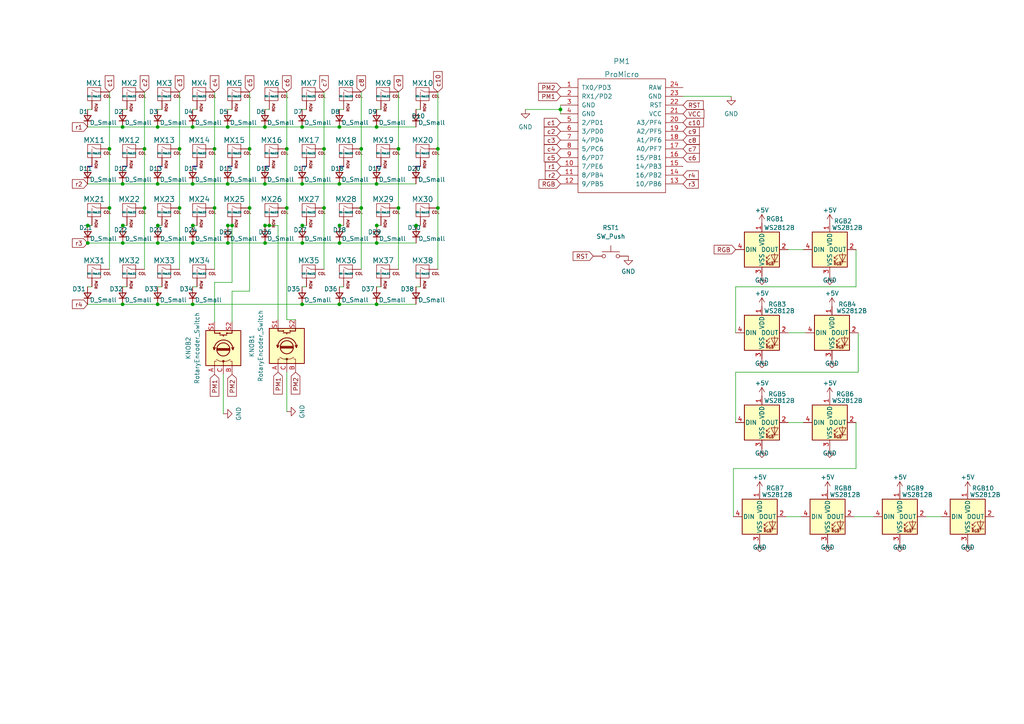
<source format=kicad_sch>
(kicad_sch (version 20211123) (generator eeschema)
  (paper "A4")
  (lib_symbols
    (symbol "Device:D_Small" (pin_numbers hide) (pin_names (offset 0.254) hide)
      (property "Reference" "D" (at -1.27 2.032 0))
      (property "Value" "D_Small" (at -3.81 -2.032 0))
      (symbol "D_Small_0_1"
        (polyline (pts (xy -0.762 -1.016) (xy -0.762 1.016)) (stroke (width 0.254)))
        (polyline (pts (xy -0.762 0) (xy 0.762 0)))
        (polyline (pts (xy 0.762 -1.016) (xy -0.762 0) (xy 0.762 1.016) (xy 0.762 -1.016)) (stroke (width 0.254)))
      )
      (symbol "D_Small_1_1"
        (pin passive line (at -2.54 0 0) (length 1.778) (name "K") (number "1"))
        (pin passive line (at 2.54 0 180) (length 1.778) (name "A") (number "2"))
      )
    )
    (symbol "Device:RotaryEncoder_Switch" (pin_names (offset 0.254) hide)
      (property "Reference" "SW" (at 0 6.604 0))
      (property "Value" "RotaryEncoder_Switch" (at 0 -6.604 0))
      (symbol "RotaryEncoder_Switch_0_1"
        (rectangle (start -5.08 5.08) (end 5.08 -5.08) (stroke (width 0.254)) (fill (type background)))
        (circle (center -3.81 0) (radius 0.254) (fill (type outline)))
        (arc (start -0.381 -2.794) (mid 2.3622 -0.0508) (end -0.381 2.667) (stroke (width 0.254)))
        (circle (center -0.381 0) (radius 1.905) (stroke (width 0.254)))
        (polyline (pts (xy -0.635 -1.778) (xy -0.635 1.778)) (stroke (width 0.254)))
        (polyline (pts (xy -0.381 -1.778) (xy -0.381 1.778)) (stroke (width 0.254)))
        (polyline (pts (xy -0.127 1.778) (xy -0.127 -1.778)) (stroke (width 0.254)))
        (polyline (pts (xy 3.81 0) (xy 3.429 0)) (stroke (width 0.254)))
        (polyline (pts (xy 3.81 1.016) (xy 3.81 -1.016)) (stroke (width 0.254)))
        (polyline (pts (xy -5.08 -2.54) (xy -3.81 -2.54) (xy -3.81 -2.032)))
        (polyline (pts (xy -5.08 2.54) (xy -3.81 2.54) (xy -3.81 2.032)))
        (polyline (pts (xy 0.254 -3.048) (xy -0.508 -2.794) (xy 0.127 -2.413)) (stroke (width 0.254)))
        (polyline (pts (xy 0.254 2.921) (xy -0.508 2.667) (xy 0.127 2.286)) (stroke (width 0.254)))
        (polyline (pts (xy 5.08 -2.54) (xy 4.318 -2.54) (xy 4.318 -1.016)) (stroke (width 0.254)))
        (polyline (pts (xy 5.08 2.54) (xy 4.318 2.54) (xy 4.318 1.016)) (stroke (width 0.254)))
        (polyline (pts (xy -5.08 0) (xy -3.81 0) (xy -3.81 -1.016) (xy -3.302 -2.032)))
        (polyline (pts (xy -4.318 0) (xy -3.81 0) (xy -3.81 1.016) (xy -3.302 2.032)))
        (circle (center 4.318 -1.016) (radius 0.127) (stroke (width 0.254)))
        (circle (center 4.318 1.016) (radius 0.127) (stroke (width 0.254)))
      )
      (symbol "RotaryEncoder_Switch_1_1"
        (pin passive line (at -7.62 2.54 0) (length 2.54) (name "A") (number "A"))
        (pin passive line (at -7.62 -2.54 0) (length 2.54) (name "B") (number "B"))
        (pin passive line (at -7.62 0 0) (length 2.54) (name "C") (number "C"))
        (pin passive line (at 7.62 2.54 180) (length 2.54) (name "S1") (number "S1"))
        (pin passive line (at 7.62 -2.54 180) (length 2.54) (name "S2") (number "S2"))
      )
    )
    (symbol "LED:WS2812B" (pin_names (offset 0.254))
      (property "Reference" "D" (at 5.08 5.715 0))
      (property "Value" "WS2812B" (at 1.27 -5.715 0))
      (symbol "WS2812B_0_0"
        (text "RGB" (at 2.286 -4.191 0) (effects (font (size 0.762 0.762))))
      )
      (symbol "WS2812B_0_1"
        (polyline (pts (xy 1.27 -3.556) (xy 1.778 -3.556)))
        (polyline (pts (xy 1.27 -2.54) (xy 1.778 -2.54)))
        (polyline (pts (xy 4.699 -3.556) (xy 2.667 -3.556)))
        (polyline (pts (xy 2.286 -2.54) (xy 1.27 -3.556) (xy 1.27 -3.048)))
        (polyline (pts (xy 2.286 -1.524) (xy 1.27 -2.54) (xy 1.27 -2.032)))
        (polyline (pts (xy 3.683 -1.016) (xy 3.683 -3.556) (xy 3.683 -4.064)))
        (polyline (pts (xy 4.699 -1.524) (xy 2.667 -1.524) (xy 3.683 -3.556) (xy 4.699 -1.524)))
        (rectangle (start 5.08 5.08) (end -5.08 -5.08) (stroke (width 0.254)) (fill (type background)))
      )
      (symbol "WS2812B_1_1"
        (pin power_in line (at 0 7.62 270) (length 2.54) (name "VDD") (number "1"))
        (pin output line (at 7.62 0 180) (length 2.54) (name "DOUT") (number "2"))
        (pin power_in line (at 0 -7.62 90) (length 2.54) (name "VSS") (number "3"))
        (pin input line (at -7.62 0 0) (length 2.54) (name "DIN") (number "4"))
      )
    )
    (symbol "MX_Alps_Hybrid:MX-NoLED" (pin_names (offset 1.016))
      (property "Reference" "MX" (at -0.635 3.81 0))
      (property "Value" "MX-NoLED" (at -0.635 1.27 0))
      (symbol "MX-NoLED_0_0"
        (rectangle (start -2.54 2.54) (end 1.27 -1.27))
        (polyline (pts (xy -1.27 -1.27) (xy -1.27 1.27)) (stroke (width 0.127)))
        (polyline (pts (xy 1.27 1.27) (xy 0 1.27) (xy -1.27 1.905)) (stroke (width 0.127)))
        (text "COL" (at 3.175 0 0) (effects (font (size 0.762 0.762))))
        (text "ROW" (at 0 -1.905 900) (effects (font (size 0.762 0.762)) (justify right)))
      )
      (symbol "MX-NoLED_1_1"
        (pin passive line (at 3.81 1.27 180) (length 2.54) (name "COL") (number "1"))
        (pin passive line (at -1.27 -3.81 90) (length 2.54) (name "ROW") (number "2"))
      )
    )
    (symbol "Switch:SW_Push" (pin_numbers hide) (pin_names (offset 1.016) hide)
      (property "Reference" "SW" (at 1.27 2.54 0))
      (property "Value" "SW_Push" (at 0 -1.524 0))
      (symbol "SW_Push_0_1"
        (circle (center -2.032 0) (radius 0.508))
        (polyline (pts (xy 0 1.27) (xy 0 3.048)))
        (polyline (pts (xy 2.54 1.27) (xy -2.54 1.27)))
        (circle (center 2.032 0) (radius 0.508))
        (pin passive line (at -5.08 0 0) (length 2.54) (name "1") (number "1"))
        (pin passive line (at 5.08 0 180) (length 2.54) (name "2") (number "2"))
      )
    )
    (symbol "keebio:ProMicro" (pin_names (offset 1.016))
      (property "Reference" "U" (at 0 0 0))
      (property "Value" "ProMicro" (at 0 -19.05 0))
      (symbol "ProMicro_0_1"
        (rectangle (start -12.7 -16.51) (end 12.7 16.51))
      )
      (symbol "ProMicro_1_1"
        (pin input line (at -17.78 13.97 0) (length 5.08) (name "TX0/PD3") (number "1"))
        (pin input line (at -17.78 -8.89 0) (length 5.08) (name "7/PE6") (number "10"))
        (pin input line (at -17.78 -11.43 0) (length 5.08) (name "8/PB4") (number "11"))
        (pin input line (at -17.78 -13.97 0) (length 5.08) (name "9/PB5") (number "12"))
        (pin input line (at 17.78 -13.97 180) (length 5.08) (name "10/PB6") (number "13"))
        (pin input line (at 17.78 -11.43 180) (length 5.08) (name "16/PB2") (number "14"))
        (pin input line (at 17.78 -8.89 180) (length 5.08) (name "14/PB3") (number "15"))
        (pin input line (at 17.78 -6.35 180) (length 5.08) (name "15/PB1") (number "16"))
        (pin input line (at 17.78 -3.81 180) (length 5.08) (name "A0/PF7") (number "17"))
        (pin input line (at 17.78 -1.27 180) (length 5.08) (name "A1/PF6") (number "18"))
        (pin input line (at 17.78 1.27 180) (length 5.08) (name "A2/PF5") (number "19"))
        (pin input line (at -17.78 11.43 0) (length 5.08) (name "RX1/PD2") (number "2"))
        (pin input line (at 17.78 3.81 180) (length 5.08) (name "A3/PF4") (number "20"))
        (pin input line (at 17.78 6.35 180) (length 5.08) (name "VCC") (number "21"))
        (pin input line (at 17.78 8.89 180) (length 5.08) (name "RST") (number "22"))
        (pin input line (at 17.78 11.43 180) (length 5.08) (name "GND") (number "23"))
        (pin input line (at 17.78 13.97 180) (length 5.08) (name "RAW") (number "24"))
        (pin input line (at -17.78 8.89 0) (length 5.08) (name "GND") (number "3"))
        (pin input line (at -17.78 6.35 0) (length 5.08) (name "GND") (number "4"))
        (pin input line (at -17.78 3.81 0) (length 5.08) (name "2/PD1") (number "5"))
        (pin input line (at -17.78 1.27 0) (length 5.08) (name "3/PD0") (number "6"))
        (pin input line (at -17.78 -1.27 0) (length 5.08) (name "4/PD4") (number "7"))
        (pin input line (at -17.78 -3.81 0) (length 5.08) (name "5/PC6") (number "8"))
        (pin input line (at -17.78 -6.35 0) (length 5.08) (name "6/PD7") (number "9"))
      )
    )
    (symbol "power:+5V" (power) (pin_names (offset 0))
      (property "Value" "+5V" (at 0 3.556 0))
      (symbol "+5V_0_1"
        (polyline (pts (xy -0.762 1.27) (xy 0 2.54)))
        (polyline (pts (xy 0 0) (xy 0 2.54)))
        (polyline (pts (xy 0 2.54) (xy 0.762 1.27)))
      )
      (symbol "+5V_1_1"
        (pin power_in line (at 0 0 90) (length 0) hide (name "+5V") (number "1"))
      )
    )
    (symbol "power:GND" (power) (pin_names (offset 0))
      (property "Value" "GND" (at 0 -3.81 0))
      (symbol "GND_0_1"
        (polyline (pts (xy 0 0) (xy 0 -1.27) (xy 1.27 -1.27) (xy 0 -2.54) (xy -1.27 -1.27) (xy 0 -1.27)))
      )
      (symbol "GND_1_1"
        (pin power_in line (at 0 0 270) (length 0) hide (name "GND") (number "1"))
      )
    )
  )
  (junction (at 31.75 43.18))
  (junction (at 41.91 60.325))
  (junction (at 87.6781 70.485))
  (junction (at 35.56 53.34))
  (junction (at 25.4481 70.485))
  (junction (at 31.75 60.325))
  (junction (at 76.8831 65.405))
  (junction (at 45.7681 65.405))
  (junction (at 115.57 60.325))
  (junction (at 35.6081 70.485))
  (junction (at 55.9281 70.485))
  (junction (at 66.04 36.83))
  (junction (at 55.88 36.83))
  (junction (at 109.22 53.34))
  (junction (at 25.4481 65.405))
  (junction (at 66.0881 70.485))
  (junction (at 52.07 43.18))
  (junction (at 72.39 43.18))
  (junction (at 35.56 88.265))
  (junction (at 55.9281 65.405))
  (junction (at 104.775 43.18))
  (junction (at 67.31 65.405))
  (junction (at 98.425 88.265))
  (junction (at 93.98 43.18))
  (junction (at 98.425 36.83))
  (junction (at 162.56 31.75))
  (junction (at 45.72 53.34))
  (junction (at 87.63 53.34))
  (junction (at 98.4731 65.405))
  (junction (at 120.6981 65.405))
  (junction (at 93.98 60.325))
  (junction (at 76.8831 70.485))
  (junction (at 109.2681 70.485))
  (junction (at 62.23 43.18))
  (junction (at 127 43.18))
  (junction (at 41.91 43.18))
  (junction (at 55.88 88.265))
  (junction (at 66.04 53.34))
  (junction (at 45.7681 70.485))
  (junction (at 109.22 88.265))
  (junction (at 109.2681 65.405))
  (junction (at 87.63 36.83))
  (junction (at 35.56 36.83))
  (junction (at 127 60.325))
  (junction (at 76.835 53.34))
  (junction (at 76.835 36.83))
  (junction (at 66.0881 65.405))
  (junction (at 35.6081 65.405))
  (junction (at 45.72 36.83))
  (junction (at 98.425 53.34))
  (junction (at 72.39 60.325))
  (junction (at 52.07 60.325))
  (junction (at 83.185 43.18))
  (junction (at 109.22 36.83))
  (junction (at 45.72 88.265))
  (junction (at 55.88 53.34))
  (junction (at 83.185 60.325))
  (junction (at 87.6781 65.405))
  (junction (at 98.4731 70.485))
  (junction (at 87.63 88.265))
  (junction (at 78.105 65.405))
  (junction (at 62.23 60.325))
  (junction (at 115.57 43.18))
  (junction (at 104.775 60.325))
  (wire (pts (xy 62.23 60.325) (xy 62.23 78.105)))
  (wire (pts (xy 87.63 31.75) (xy 88.9 31.75)))
  (wire (pts (xy 83.185 119.38) (xy 83.185 107.95)))
  (wire (pts (xy 41.91 43.18) (xy 41.91 60.325)))
  (wire (pts (xy 76.8831 65.405) (xy 78.105 65.405)))
  (wire (pts (xy 120.6981 65.405) (xy 121.92 65.405)))
  (wire (pts (xy 93.98 26.67) (xy 93.98 43.18)))
  (wire (pts (xy 248.285 83.185) (xy 213.36 83.185)))
  (wire (pts (xy 228.6 96.52) (xy 233.68 96.52)))
  (wire (pts (xy 78.105 65.405) (xy 80.645 65.405)))
  (wire (pts (xy 248.285 135.89) (xy 212.725 135.89)))
  (wire (pts (xy 52.07 26.67) (xy 52.07 43.18)))
  (wire (pts (xy 248.285 72.39) (xy 248.285 83.185)))
  (wire (pts (xy 55.9281 65.405) (xy 57.15 65.405)))
  (wire (pts (xy 76.835 53.34) (xy 87.63 53.34)))
  (wire (pts (xy 87.63 83.185) (xy 88.9 83.185)))
  (wire (pts (xy 31.75 43.18) (xy 31.75 60.325)))
  (wire (pts (xy 76.835 31.75) (xy 78.105 31.75)))
  (bus (pts (xy 55.88 48.26) (xy 57.15 48.26)))
  (wire (pts (xy 87.63 53.34) (xy 98.425 53.34)))
  (wire (pts (xy 55.88 36.83) (xy 66.04 36.83)))
  (wire (pts (xy 109.22 65.405) (xy 109.2681 65.405)))
  (wire (pts (xy 35.6081 70.485) (xy 45.7681 70.485)))
  (wire (pts (xy 72.39 43.18) (xy 72.39 60.325)))
  (wire (pts (xy 35.56 65.405) (xy 35.6081 65.405)))
  (bus (pts (xy 87.63 48.26) (xy 88.9 48.26)))
  (wire (pts (xy 109.2681 70.485) (xy 120.6981 70.485)))
  (bus (pts (xy 66.04 48.26) (xy 67.31 48.26)))
  (wire (pts (xy 93.98 43.18) (xy 93.98 60.325)))
  (wire (pts (xy 104.775 43.18) (xy 104.775 60.325)))
  (wire (pts (xy 72.39 26.67) (xy 72.39 43.18)))
  (wire (pts (xy 198.12 27.94) (xy 212.09 27.94)))
  (bus (pts (xy 98.425 48.26) (xy 99.695 48.26)))
  (bus (pts (xy 120.65 48.26) (xy 121.92 48.26)))
  (wire (pts (xy 25.4481 70.485) (xy 35.6081 70.485)))
  (wire (pts (xy 76.8831 70.485) (xy 87.6781 70.485)))
  (wire (pts (xy 87.63 36.83) (xy 98.425 36.83)))
  (wire (pts (xy 228.6 122.555) (xy 233.045 122.555)))
  (wire (pts (xy 76.835 36.83) (xy 87.63 36.83)))
  (wire (pts (xy 127 60.325) (xy 127 78.105)))
  (wire (pts (xy 55.88 31.75) (xy 57.15 31.75)))
  (wire (pts (xy 62.23 43.18) (xy 62.23 60.325)))
  (wire (pts (xy 25.4 70.485) (xy 25.4481 70.485)))
  (wire (pts (xy 127 43.18) (xy 127 60.325)))
  (wire (pts (xy 72.39 60.325) (xy 72.39 84.455)))
  (wire (pts (xy 66.04 31.75) (xy 67.31 31.75)))
  (wire (pts (xy 87.63 65.405) (xy 87.6781 65.405)))
  (wire (pts (xy 25.4 36.83) (xy 35.56 36.83)))
  (wire (pts (xy 52.07 43.18) (xy 52.07 60.325)))
  (wire (pts (xy 93.98 60.325) (xy 93.98 78.105)))
  (wire (pts (xy 109.22 88.265) (xy 120.65 88.265)))
  (wire (pts (xy 35.56 83.185) (xy 36.83 83.185)))
  (wire (pts (xy 31.75 26.67) (xy 31.75 43.18)))
  (wire (pts (xy 35.56 31.75) (xy 36.83 31.75)))
  (wire (pts (xy 83.185 26.67) (xy 83.185 43.18)))
  (wire (pts (xy 98.4731 65.405) (xy 99.695 65.405)))
  (bus (pts (xy 109.22 48.26) (xy 110.49 48.26)))
  (wire (pts (xy 31.75 60.325) (xy 31.75 78.105)))
  (wire (pts (xy 104.775 26.67) (xy 104.775 43.18)))
  (wire (pts (xy 98.425 65.405) (xy 98.4731 65.405)))
  (wire (pts (xy 87.63 88.265) (xy 98.425 88.265)))
  (wire (pts (xy 83.185 60.325) (xy 83.185 92.71)))
  (wire (pts (xy 55.9281 70.485) (xy 66.0881 70.485)))
  (wire (pts (xy 98.425 53.34) (xy 109.22 53.34)))
  (wire (pts (xy 41.91 26.67) (xy 41.91 43.18)))
  (wire (pts (xy 248.285 122.555) (xy 248.285 135.89)))
  (wire (pts (xy 213.36 107.95) (xy 213.36 122.555)))
  (wire (pts (xy 35.56 88.265) (xy 45.72 88.265)))
  (wire (pts (xy 87.6781 70.485) (xy 98.4731 70.485)))
  (wire (pts (xy 66.04 36.83) (xy 76.835 36.83)))
  (bus (pts (xy 25.4 48.26) (xy 26.67 48.26)))
  (bus (pts (xy 35.56 48.26) (xy 36.83 48.26)))
  (wire (pts (xy 98.425 83.185) (xy 99.695 83.185)))
  (wire (pts (xy 83.185 92.71) (xy 85.725 92.71)))
  (wire (pts (xy 35.56 53.34) (xy 45.72 53.34)))
  (wire (pts (xy 45.72 31.75) (xy 46.99 31.75)))
  (wire (pts (xy 35.6081 65.405) (xy 36.83 65.405)))
  (wire (pts (xy 45.72 53.34) (xy 55.88 53.34)))
  (wire (pts (xy 25.4481 65.405) (xy 26.67 65.405)))
  (wire (pts (xy 64.77 120.015) (xy 64.77 108.585)))
  (wire (pts (xy 213.36 83.185) (xy 213.36 96.52)))
  (wire (pts (xy 115.57 43.18) (xy 115.57 60.325)))
  (wire (pts (xy 83.185 104.14) (xy 82.55 104.14)))
  (wire (pts (xy 87.6781 65.405) (xy 88.9 65.405)))
  (wire (pts (xy 55.88 88.265) (xy 87.63 88.265)))
  (wire (pts (xy 109.22 83.185) (xy 110.49 83.185)))
  (wire (pts (xy 83.185 60.325) (xy 83.2331 60.325)))
  (wire (pts (xy 66.04 65.405) (xy 66.0881 65.405)))
  (wire (pts (xy 35.56 36.83) (xy 45.72 36.83)))
  (wire (pts (xy 83.185 43.18) (xy 83.185 60.325)))
  (wire (pts (xy 45.7681 70.485) (xy 55.9281 70.485)))
  (wire (pts (xy 62.23 26.67) (xy 62.23 43.18)))
  (wire (pts (xy 120.65 83.185) (xy 121.92 83.185)))
  (wire (pts (xy 25.4 53.34) (xy 35.56 53.34)))
  (wire (pts (xy 227.965 149.86) (xy 232.41 149.86)))
  (wire (pts (xy 55.88 83.185) (xy 57.15 83.185)))
  (wire (pts (xy 80.645 65.405) (xy 80.645 92.71)))
  (wire (pts (xy 109.22 53.34) (xy 120.65 53.34)))
  (bus (pts (xy 45.72 48.26) (xy 46.99 48.26)))
  (wire (pts (xy 45.72 88.265) (xy 55.88 88.265)))
  (wire (pts (xy 45.7681 65.405) (xy 46.99 65.405)))
  (wire (pts (xy 62.23 81.915) (xy 67.31 81.915)))
  (wire (pts (xy 104.775 60.325) (xy 104.775 78.105)))
  (wire (pts (xy 67.31 65.405) (xy 67.31 81.915)))
  (wire (pts (xy 67.31 84.455) (xy 67.31 93.345)))
  (wire (pts (xy 162.56 30.48) (xy 162.56 31.75)))
  (wire (pts (xy 66.0881 65.405) (xy 67.31 65.405)))
  (wire (pts (xy 45.72 83.185) (xy 46.99 83.185)))
  (wire (pts (xy 248.92 96.52) (xy 248.92 107.95)))
  (wire (pts (xy 55.88 65.405) (xy 55.9281 65.405)))
  (wire (pts (xy 45.72 36.83) (xy 55.88 36.83)))
  (wire (pts (xy 25.4 65.405) (xy 25.4481 65.405)))
  (wire (pts (xy 25.4 31.75) (xy 26.67 31.75)))
  (wire (pts (xy 98.425 31.75) (xy 99.695 31.75)))
  (wire (pts (xy 109.22 36.83) (xy 120.65 36.83)))
  (wire (pts (xy 25.4 88.265) (xy 35.56 88.265)))
  (wire (pts (xy 162.56 31.75) (xy 162.56 33.02)))
  (wire (pts (xy 45.72 65.405) (xy 45.7681 65.405)))
  (wire (pts (xy 109.2681 65.405) (xy 110.49 65.405)))
  (wire (pts (xy 98.425 36.83) (xy 109.22 36.83)))
  (wire (pts (xy 115.57 60.325) (xy 115.57 78.105)))
  (wire (pts (xy 41.91 60.325) (xy 41.91 78.105)))
  (wire (pts (xy 55.88 53.34) (xy 66.04 53.34)))
  (wire (pts (xy 52.07 60.325) (xy 52.07 78.105)))
  (wire (pts (xy 268.605 149.86) (xy 273.05 149.86)))
  (wire (pts (xy 127 26.67) (xy 127 43.18)))
  (wire (pts (xy 248.92 107.95) (xy 213.36 107.95)))
  (wire (pts (xy 98.4731 70.485) (xy 109.2681 70.485)))
  (wire (pts (xy 247.65 149.86) (xy 253.365 149.86)))
  (wire (pts (xy 72.39 84.455) (xy 67.31 84.455)))
  (bus (pts (xy 76.835 48.26) (xy 78.105 48.26)))
  (wire (pts (xy 120.65 31.75) (xy 121.92 31.75)))
  (wire (pts (xy 66.0881 70.485) (xy 76.8831 70.485)))
  (wire (pts (xy 115.57 26.67) (xy 115.57 43.18)))
  (wire (pts (xy 76.835 65.405) (xy 76.8831 65.405)))
  (wire (pts (xy 98.425 88.265) (xy 109.22 88.265)))
  (wire (pts (xy 228.6 72.39) (xy 233.045 72.39)))
  (wire (pts (xy 212.725 135.89) (xy 212.725 149.86)))
  (wire (pts (xy 120.65 65.405) (xy 120.6981 65.405)))
  (wire (pts (xy 25.4 83.185) (xy 26.67 83.185)))
  (wire (pts (xy 109.22 31.75) (xy 110.49 31.75)))
  (wire (pts (xy 152.4 31.75) (xy 162.56 31.75)))
  (wire (pts (xy 62.23 93.345) (xy 62.23 81.915)))
  (wire (pts (xy 66.04 53.34) (xy 76.835 53.34)))
  (global_label "c6" (shape input) (at 198.12 45.72 0) (property "Intersheet References" "${INTERSHEET_REFS}" (effects hide)))
  (global_label "RGB" (shape input) (at 213.36 72.39 180) (property "Intersheet References" "${INTERSHEET_REFS}" (effects hide)))
  (global_label "RST" (shape input) (at 198.12 30.48 0) (property "Intersheet References" "${INTERSHEET_REFS}" (effects hide)))
  (global_label "r2" (shape input) (at 162.56 50.8 180) (property "Intersheet References" "${INTERSHEET_REFS}" (effects hide)))
  (global_label "PM1" (shape input) (at 80.645 107.95 270) (property "Intersheet References" "${INTERSHEET_REFS}" (effects hide)))
  (global_label "r2" (shape input) (at 25.4 53.34 180) (property "Intersheet References" "${INTERSHEET_REFS}" (effects hide)))
  (global_label "c3" (shape input) (at 162.56 40.64 180) (property "Intersheet References" "${INTERSHEET_REFS}" (effects hide)))
  (global_label "PM1" (shape input) (at 162.56 27.94 180) (property "Intersheet References" "${INTERSHEET_REFS}" (effects hide)))
  (global_label "c2" (shape input) (at 162.56 38.1 180) (property "Intersheet References" "${INTERSHEET_REFS}" (effects hide)))
  (global_label "RST" (shape input) (at 172.085 74.295 180) (property "Intersheet References" "${INTERSHEET_REFS}" (effects hide)))
  (global_label "c8" (shape input) (at 198.12 40.64 0) (property "Intersheet References" "${INTERSHEET_REFS}" (effects hide)))
  (global_label "c5" (shape input) (at 72.39 26.67 90) (property "Intersheet References" "${INTERSHEET_REFS}" (effects hide)))
  (global_label "c9" (shape input) (at 198.12 38.1 0) (property "Intersheet References" "${INTERSHEET_REFS}" (effects hide)))
  (global_label "c4" (shape input) (at 162.56 43.18 180) (property "Intersheet References" "${INTERSHEET_REFS}" (effects hide)))
  (global_label "c7" (shape input) (at 198.12 43.18 0) (property "Intersheet References" "${INTERSHEET_REFS}" (effects hide)))
  (global_label "PM2" (shape input) (at 67.31 108.585 270) (property "Intersheet References" "${INTERSHEET_REFS}" (effects hide)))
  (global_label "PM2" (shape input) (at 85.725 107.95 270) (property "Intersheet References" "${INTERSHEET_REFS}" (effects hide)))
  (global_label "r3" (shape input) (at 198.12 53.34 0) (property "Intersheet References" "${INTERSHEET_REFS}" (effects hide)))
  (global_label "c5" (shape input) (at 162.56 45.72 180) (property "Intersheet References" "${INTERSHEET_REFS}" (effects hide)))
  (global_label "PM1" (shape input) (at 62.23 108.585 270) (property "Intersheet References" "${INTERSHEET_REFS}" (effects hide)))
  (global_label "c10" (shape input) (at 127 26.67 90) (property "Intersheet References" "${INTERSHEET_REFS}" (effects hide)))
  (global_label "c7" (shape input) (at 93.98 26.67 90) (property "Intersheet References" "${INTERSHEET_REFS}" (effects hide)))
  (global_label "c3" (shape input) (at 52.07 26.67 90) (property "Intersheet References" "${INTERSHEET_REFS}" (effects hide)))
  (global_label "c1" (shape input) (at 31.75 26.67 90) (property "Intersheet References" "${INTERSHEET_REFS}" (effects hide)))
  (global_label "PM2" (shape input) (at 162.56 25.4 180) (property "Intersheet References" "${INTERSHEET_REFS}" (effects hide)))
  (global_label "c8" (shape input) (at 104.775 26.67 90) (property "Intersheet References" "${INTERSHEET_REFS}" (effects hide)))
  (global_label "c2" (shape input) (at 41.91 26.67 90) (property "Intersheet References" "${INTERSHEET_REFS}" (effects hide)))
  (global_label "VCC" (shape input) (at 198.12 33.02 0) (property "Intersheet References" "${INTERSHEET_REFS}" (effects hide)))
  (global_label "c9" (shape input) (at 115.57 26.67 90) (property "Intersheet References" "${INTERSHEET_REFS}" (effects hide)))
  (global_label "RGB" (shape input) (at 162.56 53.34 180) (property "Intersheet References" "${INTERSHEET_REFS}" (effects hide)))
  (global_label "r1" (shape input) (at 162.56 48.26 180) (property "Intersheet References" "${INTERSHEET_REFS}" (effects hide)))
  (global_label "r1" (shape input) (at 25.4 36.83 180) (property "Intersheet References" "${INTERSHEET_REFS}" (effects hide)))
  (global_label "c1" (shape input) (at 162.56 35.56 180) (property "Intersheet References" "${INTERSHEET_REFS}" (effects hide)))
  (global_label "r4" (shape input) (at 25.4 88.265 180) (property "Intersheet References" "${INTERSHEET_REFS}" (effects hide)))
  (global_label "c10" (shape input) (at 198.12 35.56 0) (property "Intersheet References" "${INTERSHEET_REFS}" (effects hide)))
  (global_label "r3" (shape input) (at 25.4 70.485 180) (property "Intersheet References" "${INTERSHEET_REFS}" (effects hide)))
  (global_label "c4" (shape input) (at 62.23 26.67 90) (property "Intersheet References" "${INTERSHEET_REFS}" (effects hide)))
  (global_label "c6" (shape input) (at 83.185 26.67 90) (property "Intersheet References" "${INTERSHEET_REFS}" (effects hide)))
  (global_label "r4" (shape input) (at 198.12 50.8 0) (property "Intersheet References" "${INTERSHEET_REFS}" (effects hide)))
  (symbol (lib_id "Device:D_Small") (at 76.8831 67.945 90) (unit 1)
    (property "Reference" "D26" (at 74.93 67.31 90) (effects (justify right)))
    (property "Value" "D_Small" (at 77.5181 69.215 90) (effects (justify right)))
    (property "Footprint" "Keebio-Parts:D_SOD123_via" (effects hide))
  )
  (symbol (lib_id "Device:D_Small") (at 55.88 50.8 90) (unit 1)
    (property "Reference" "D14" (at 53.34 48.895 90) (effects (justify right)))
    (property "Value" "D_Small" (at 56.515 52.07 90) (effects (justify right)))
    (property "Footprint" "Keebio-Parts:D_SOD123_via" (effects hide))
  )
  (symbol (lib_id "Device:D_Small") (at 45.7681 67.945 90) (unit 1)
    (property "Reference" "D23" (at 43.18 66.675 90) (effects (justify right)))
    (property "Value" "D_Small" (at 46.4031 69.215 90) (effects (justify right)))
    (property "Footprint" "Keebio-Parts:D_SOD123_via" (effects hide))
  )
  (symbol (lib_id "Device:D_Small") (at 109.2681 67.945 90) (unit 1)
    (property "Reference" "D29" (at 106.68 67.31 90) (effects (justify right)))
    (property "Value" "D_Small" (at 109.9031 69.215 90) (effects (justify right)))
    (property "Footprint" "Keebio-Parts:D_SOD123_via" (effects hide))
  )
  (symbol (lib_id "MX_Alps_Hybrid:MX-NoLED") (at 111.76 61.595 0) (unit 1)
    (property "Reference" "MX29" (at 111.125 57.785 0) (effects (font (size 1.524 1.524))))
    (property "Value" "MX-NoLED" (at 111.125 61.595 0) (effects (font (size 0.508 0.508))))
    (property "Footprint" "MX_Only:MXOnly-1U-NoLED" (effects hide))
  )
  (symbol (lib_id "MX_Alps_Hybrid:MX-NoLED") (at 27.94 44.45 0) (unit 1)
    (property "Reference" "MX11" (at 27.305 40.64 0) (effects (font (size 1.524 1.524))))
    (property "Value" "MX-NoLED" (at 27.305 44.45 0) (effects (font (size 0.508 0.508))))
    (property "Footprint" "MX_Only:MXOnly-1.25U-NoLED" (effects hide))
  )
  (symbol (lib_id "MX_Alps_Hybrid:MX-NoLED") (at 58.42 61.595 0) (unit 1)
    (property "Reference" "MX24" (at 57.785 57.785 0) (effects (font (size 1.524 1.524))))
    (property "Value" "MX-NoLED" (at 57.785 61.595 0) (effects (font (size 0.508 0.508))))
    (property "Footprint" "MX_Only:MXOnly-1U-NoLED" (effects hide))
  )
  (symbol (lib_id "Device:D_Small") (at 35.56 50.8 90) (unit 1)
    (property "Reference" "D12" (at 33.02 48.895 90) (effects (justify right)))
    (property "Value" "D_Small" (at 36.195 52.07 90) (effects (justify right)))
    (property "Footprint" "Keebio-Parts:D_SOD123_via" (effects hide))
  )
  (symbol (lib_id "power:+5V") (at 220.98 114.935 0) (unit 1)
    (property "Reference" "#PWR0112" (effects hide))
    (property "Value" "+5V" (at 220.98 111.125 0))
  )
  (symbol (lib_id "power:GND") (at 212.09 27.94 0) (unit 1)
    (property "Reference" "#PWR0101" (effects hide))
    (property "Value" "GND" (at 212.09 33.02 0))
  )
  (symbol (lib_id "MX_Alps_Hybrid:MX-NoLED") (at 123.19 61.595 0) (unit 1)
    (property "Reference" "MX30" (at 122.555 57.785 0) (effects (font (size 1.524 1.524))))
    (property "Value" "MX-NoLED" (at 122.555 61.595 0) (effects (font (size 0.508 0.508))))
    (property "Footprint" "MX_Only:MXOnly-1.5U-NoLED" (effects hide))
  )
  (symbol (lib_id "Device:D_Small") (at 87.6781 67.945 90) (unit 1)
    (property "Reference" "D27" (at 85.09 66.675 90) (effects (justify right)))
    (property "Value" "D_Small" (at 88.3131 69.215 90) (effects (justify right)))
    (property "Footprint" "Keebio-Parts:D_SOD123_via" (effects hide))
  )
  (symbol (lib_id "MX_Alps_Hybrid:MX-NoLED") (at 48.26 61.595 0) (unit 1)
    (property "Reference" "MX23" (at 47.625 57.785 0) (effects (font (size 1.524 1.524))))
    (property "Value" "MX-NoLED" (at 47.625 61.595 0) (effects (font (size 0.508 0.508))))
    (property "Footprint" "MX_Only:MXOnly-1U-NoLED" (effects hide))
  )
  (symbol (lib_id "MX_Alps_Hybrid:MX-NoLED") (at 123.19 27.94 0) (unit 1)
    (property "Reference" "MX10" (at 122.555 24.13 0) (effects (font (size 1.524 1.524))))
    (property "Value" "MX-NoLED" (at 122.555 27.94 0) (effects (font (size 0.508 0.508))))
    (property "Footprint" "MX_Only:MXOnly-1.25U-NoLED" (effects hide))
  )
  (symbol (lib_id "Device:RotaryEncoder_Switch") (at 83.185 100.33 90) (unit 1)
    (property "Reference" "KNOB1" (at 73.025 100.33 0))
    (property "Value" "RotaryEncoder_Switch" (at 75.565 100.33 0))
    (property "Footprint" "Rotary_Encoder:RotaryEncoder_Alps_EC11E-Switch_Vertical_H20mm_CircularMountingHoles" (effects hide))
  )
  (symbol (lib_id "MX_Alps_Hybrid:MX-NoLED") (at 48.26 79.375 0) (unit 1)
    (property "Reference" "MX33" (at 47.625 75.565 0) (effects (font (size 1.524 1.524))))
    (property "Value" "MX-NoLED" (at 47.625 79.375 0) (effects (font (size 0.508 0.508))))
    (property "Footprint" "MX_Only:MXOnly-1U-NoLED" (effects hide))
  )
  (symbol (lib_id "Device:D_Small") (at 66.0881 67.945 90) (unit 1)
    (property "Reference" "D25" (at 63.5 67.31 90) (effects (justify right)))
    (property "Value" "D_Small" (at 66.7231 69.215 90) (effects (justify right)))
    (property "Footprint" "Keebio-Parts:D_SOD123_via" (effects hide))
  )
  (symbol (lib_id "MX_Alps_Hybrid:MX-NoLED") (at 100.965 79.375 0) (unit 1)
    (property "Reference" "MX36" (at 100.33 75.565 0) (effects (font (size 1.524 1.524))))
    (property "Value" "MX-NoLED" (at 100.33 79.375 0) (effects (font (size 0.508 0.508))))
    (property "Footprint" "MX_Only:MXOnly-1U-NoLED" (effects hide))
  )
  (symbol (lib_id "LED:WS2812B") (at 240.665 72.39 0) (unit 1)
    (property "Reference" "RGB2" (at 244.475 64.135 0))
    (property "Value" "WS2812B" (at 245.745 66.04 0))
    (property "Footprint" "LED_SMD:LED_WS2812B_PLCC4_5.0x5.0mm_P3.2mm" (effects hide))
    (property "Datasheet" "https://cdn-shop.adafruit.com/datasheets/WS2812B.pdf" (effects hide))
  )
  (symbol (lib_id "MX_Alps_Hybrid:MX-NoLED") (at 27.94 61.595 0) (unit 1)
    (property "Reference" "MX21" (at 27.305 57.785 0) (effects (font (size 1.524 1.524))))
    (property "Value" "MX-NoLED" (at 27.305 61.595 0) (effects (font (size 0.508 0.508))))
    (property "Footprint" "MX_Only:MXOnly-1.75U-NoLED" (effects hide))
  )
  (symbol (lib_id "power:GND") (at 260.985 157.48 0) (unit 1)
    (property "Reference" "#PWR0122" (effects hide))
    (property "Value" "GND" (at 260.985 158.75 0))
  )
  (symbol (lib_id "Device:RotaryEncoder_Switch") (at 64.77 100.965 90) (unit 1)
    (property "Reference" "KNOB2" (at 54.61 100.965 0))
    (property "Value" "RotaryEncoder_Switch" (at 57.15 100.965 0))
    (property "Footprint" "Rotary_Encoder:RotaryEncoder_Alps_EC11E-Switch_Vertical_H20mm_CircularMountingHoles" (effects hide))
  )
  (symbol (lib_id "power:GND") (at 220.98 130.175 0) (unit 1)
    (property "Reference" "#PWR0113" (effects hide))
    (property "Value" "GND" (at 220.98 131.445 0))
  )
  (symbol (lib_id "Device:D_Small") (at 25.4 34.29 90) (unit 1)
    (property "Reference" "D1" (at 22.86 32.385 90) (effects (justify right)))
    (property "Value" "D_Small" (at 26.035 35.56 90) (effects (justify right)))
    (property "Footprint" "Keebio-Parts:D_SOD123_via" (effects hide))
  )
  (symbol (lib_id "MX_Alps_Hybrid:MX-NoLED") (at 58.42 44.45 0) (unit 1)
    (property "Reference" "MX14" (at 57.785 40.64 0) (effects (font (size 1.524 1.524))))
    (property "Value" "MX-NoLED" (at 57.785 44.45 0) (effects (font (size 0.508 0.508))))
    (property "Footprint" "MX_Only:MXOnly-1U-NoLED" (effects hide))
  )
  (symbol (lib_id "power:GND") (at 182.245 74.295 0) (unit 1)
    (property "Reference" "#PWR0103" (effects hide))
    (property "Value" "GND" (at 182.245 78.74 0))
  )
  (symbol (lib_id "power:+5V") (at 240.03 142.24 0) (unit 1)
    (property "Reference" "#PWR0118" (effects hide))
    (property "Value" "+5V" (at 240.03 138.43 0))
  )
  (symbol (lib_id "Device:D_Small") (at 45.72 50.8 90) (unit 1)
    (property "Reference" "D13" (at 43.18 48.895 90) (effects (justify right)))
    (property "Value" "D_Small" (at 46.355 52.07 90) (effects (justify right)))
    (property "Footprint" "Keebio-Parts:D_SOD123_via" (effects hide))
  )
  (symbol (lib_id "power:GND") (at 240.03 157.48 0) (unit 1)
    (property "Reference" "#PWR0117" (effects hide))
    (property "Value" "GND" (at 240.03 158.75 0))
  )
  (symbol (lib_id "Device:D_Small") (at 45.72 34.29 90) (unit 1)
    (property "Reference" "D3" (at 43.18 32.385 90) (effects (justify right)))
    (property "Value" "D_Small" (at 46.355 35.56 90) (effects (justify right)))
    (property "Footprint" "Keebio-Parts:D_SOD123_via" (effects hide))
  )
  (symbol (lib_id "power:GND") (at 241.3 104.14 0) (unit 1)
    (property "Reference" "#PWR0110" (effects hide))
    (property "Value" "GND" (at 241.3 105.41 0))
  )
  (symbol (lib_id "Device:D_Small") (at 109.22 34.29 90) (unit 1)
    (property "Reference" "D9" (at 106.68 32.385 90) (effects (justify right)))
    (property "Value" "D_Small" (at 109.855 35.56 90) (effects (justify right)))
    (property "Footprint" "Keebio-Parts:D_SOD123_via" (effects hide))
  )
  (symbol (lib_id "power:GND") (at 220.345 157.48 0) (unit 1)
    (property "Reference" "#PWR0119" (effects hide))
    (property "Value" "GND" (at 220.345 158.75 0))
  )
  (symbol (lib_id "Device:D_Small") (at 87.63 50.8 90) (unit 1)
    (property "Reference" "D17" (at 85.09 48.895 90) (effects (justify right)))
    (property "Value" "D_Small" (at 88.265 52.07 90) (effects (justify right)))
    (property "Footprint" "Keebio-Parts:D_SOD123_via" (effects hide))
  )
  (symbol (lib_id "Device:D_Small") (at 98.425 85.725 90) (unit 1)
    (property "Reference" "D36" (at 93.98 83.82 90) (effects (justify right)))
    (property "Value" "D_Small" (at 99.06 86.995 90) (effects (justify right)))
    (property "Footprint" "Keebio-Parts:D_SOD123_via" (effects hide))
  )
  (symbol (lib_id "Device:D_Small") (at 55.9281 67.945 90) (unit 1)
    (property "Reference" "D24" (at 53.34 66.675 90) (effects (justify right)))
    (property "Value" "D_Small" (at 56.5631 69.215 90) (effects (justify right)))
    (property "Footprint" "Keebio-Parts:D_SOD123_via" (effects hide))
  )
  (symbol (lib_id "power:GND") (at 280.67 157.48 0) (unit 1)
    (property "Reference" "#PWR0123" (effects hide))
    (property "Value" "GND" (at 280.67 158.75 0))
  )
  (symbol (lib_id "MX_Alps_Hybrid:MX-NoLED") (at 100.965 27.94 0) (unit 1)
    (property "Reference" "MX8" (at 100.33 24.13 0) (effects (font (size 1.524 1.524))))
    (property "Value" "MX-NoLED" (at 100.33 27.94 0) (effects (font (size 0.508 0.508))))
    (property "Footprint" "MX_Only:MXOnly-1U-NoLED" (effects hide))
  )
  (symbol (lib_id "power:+5V") (at 220.345 142.24 0) (unit 1)
    (property "Reference" "#PWR0114" (effects hide))
    (property "Value" "+5V" (at 220.345 138.43 0))
  )
  (symbol (lib_id "power:+5V") (at 220.98 88.9 0) (unit 1)
    (property "Reference" "#PWR0108" (effects hide))
    (property "Value" "+5V" (at 220.98 85.09 0))
  )
  (symbol (lib_id "power:GND") (at 64.77 120.015 90) (unit 1)
    (property "Reference" "#PWR?" (effects hide))
    (property "Value" "GND" (at 69.215 120.015 0))
  )
  (symbol (lib_id "Device:D_Small") (at 120.65 50.8 90) (unit 1)
    (property "Reference" "D20" (at 118.11 48.895 90) (effects (justify right)))
    (property "Value" "D_Small" (at 121.285 52.07 90) (effects (justify right)))
    (property "Footprint" "Keebio-Parts:D_SOD123_via" (effects hide))
  )
  (symbol (lib_id "MX_Alps_Hybrid:MX-NoLED") (at 38.1 61.595 0) (unit 1)
    (property "Reference" "MX22" (at 37.465 57.785 0) (effects (font (size 1.524 1.524))))
    (property "Value" "MX-NoLED" (at 37.465 61.595 0) (effects (font (size 0.508 0.508))))
    (property "Footprint" "MX_Only:MXOnly-1U-NoLED" (effects hide))
  )
  (symbol (lib_id "Device:D_Small") (at 45.72 85.725 90) (unit 1)
    (property "Reference" "D33" (at 41.91 83.82 90) (effects (justify right)))
    (property "Value" "D_Small" (at 46.355 86.995 90) (effects (justify right)))
    (property "Footprint" "Keebio-Parts:D_SOD123_via" (effects hide))
  )
  (symbol (lib_id "MX_Alps_Hybrid:MX-NoLED") (at 38.1 44.45 0) (unit 1)
    (property "Reference" "MX12" (at 37.465 40.64 0) (effects (font (size 1.524 1.524))))
    (property "Value" "MX-NoLED" (at 37.465 44.45 0) (effects (font (size 0.508 0.508))))
    (property "Footprint" "MX_Only:MXOnly-1U-NoLED" (effects hide))
  )
  (symbol (lib_id "Device:D_Small") (at 76.835 34.29 90) (unit 1)
    (property "Reference" "D6" (at 74.295 32.385 90) (effects (justify right)))
    (property "Value" "D_Small" (at 77.47 35.56 90) (effects (justify right)))
    (property "Footprint" "Keebio-Parts:D_SOD123_via" (effects hide))
  )
  (symbol (lib_id "MX_Alps_Hybrid:MX-NoLED") (at 90.17 79.375 0) (unit 1)
    (property "Reference" "MX35" (at 89.535 75.565 0) (effects (font (size 1.524 1.524))))
    (property "Value" "MX-NoLED" (at 89.535 79.375 0) (effects (font (size 0.508 0.508))))
    (property "Footprint" "MX_Only:MXOnly-1.75U-NoLED" (effects hide))
  )
  (symbol (lib_id "Switch:SW_Push") (at 177.165 74.295 0) (unit 1)
    (property "Reference" "RST1" (at 177.165 66.04 0))
    (property "Value" "SW_Push" (at 177.165 68.58 0))
    (property "Footprint" "Keebio-Parts:SW_SPST_TL3342" (effects hide))
  )
  (symbol (lib_id "LED:WS2812B") (at 280.67 149.86 0) (unit 1)
    (property "Reference" "RGB10" (at 285.115 141.605 0))
    (property "Value" "WS2812B" (at 285.75 143.51 0))
    (property "Footprint" "LED_SMD:LED_WS2812B_PLCC4_5.0x5.0mm_P3.2mm" (effects hide))
    (property "Datasheet" "https://cdn-shop.adafruit.com/datasheets/WS2812B.pdf" (effects hide))
  )
  (symbol (lib_id "Device:D_Small") (at 98.4731 67.945 90) (unit 1)
    (property "Reference" "D28" (at 96.52 66.675 90) (effects (justify right)))
    (property "Value" "D_Small" (at 99.1081 69.215 90) (effects (justify right)))
    (property "Footprint" "Keebio-Parts:D_SOD123_via" (effects hide))
  )
  (symbol (lib_id "power:GND") (at 83.185 119.38 90) (unit 1)
    (property "Reference" "#PWR0120" (effects hide))
    (property "Value" "GND" (at 87.63 119.38 0))
  )
  (symbol (lib_id "Device:D_Small") (at 66.04 34.29 90) (unit 1)
    (property "Reference" "D5" (at 63.5 32.385 90) (effects (justify right)))
    (property "Value" "D_Small" (at 66.675 35.56 90) (effects (justify right)))
    (property "Footprint" "Keebio-Parts:D_SOD123_via" (effects hide))
  )
  (symbol (lib_id "Device:D_Small") (at 25.4 50.8 90) (unit 1)
    (property "Reference" "D11" (at 22.86 48.895 90) (effects (justify right)))
    (property "Value" "D_Small" (at 26.035 52.07 90) (effects (justify right)))
    (property "Footprint" "Keebio-Parts:D_SOD123_via" (effects hide))
  )
  (symbol (lib_id "MX_Alps_Hybrid:MX-NoLED") (at 68.58 27.94 0) (unit 1)
    (property "Reference" "MX5" (at 67.945 24.13 0) (effects (font (size 1.524 1.524))))
    (property "Value" "MX-NoLED" (at 67.945 27.94 0) (effects (font (size 0.508 0.508))))
    (property "Footprint" "MX_Only:MXOnly-1U-NoLED" (effects hide))
  )
  (symbol (lib_id "Device:D_Small") (at 109.22 50.8 90) (unit 1)
    (property "Reference" "D19" (at 106.68 48.895 90) (effects (justify right)))
    (property "Value" "D_Small" (at 109.855 52.07 90) (effects (justify right)))
    (property "Footprint" "Keebio-Parts:D_SOD123_via" (effects hide))
  )
  (symbol (lib_id "LED:WS2812B") (at 260.985 149.86 0) (unit 1)
    (property "Reference" "RGB9" (at 265.43 141.605 0))
    (property "Value" "WS2812B" (at 266.065 143.51 0))
    (property "Footprint" "LED_SMD:LED_WS2812B_PLCC4_5.0x5.0mm_P3.2mm" (effects hide))
    (property "Datasheet" "https://cdn-shop.adafruit.com/datasheets/WS2812B.pdf" (effects hide))
  )
  (symbol (lib_id "MX_Alps_Hybrid:MX-NoLED") (at 79.375 61.595 0) (unit 1)
    (property "Reference" "MX26" (at 78.74 57.785 0) (effects (font (size 1.524 1.524))))
    (property "Value" "MX-NoLED" (at 78.74 61.595 0) (effects (font (size 0.508 0.508))))
    (property "Footprint" "MX_Only:MXOnly-1U-NoLED" (effects hide))
  )
  (symbol (lib_id "LED:WS2812B") (at 220.98 96.52 0) (unit 1)
    (property "Reference" "RGB3" (at 225.425 88.265 0))
    (property "Value" "WS2812B" (at 226.06 90.17 0))
    (property "Footprint" "LED_SMD:LED_WS2812B_PLCC4_5.0x5.0mm_P3.2mm" (effects hide))
    (property "Datasheet" "https://cdn-shop.adafruit.com/datasheets/WS2812B.pdf" (effects hide))
  )
  (symbol (lib_id "MX_Alps_Hybrid:MX-NoLED") (at 100.965 61.595 0) (unit 1)
    (property "Reference" "MX28" (at 100.33 57.785 0) (effects (font (size 1.524 1.524))))
    (property "Value" "MX-NoLED" (at 100.33 61.595 0) (effects (font (size 0.508 0.508))))
    (property "Footprint" "MX_Only:MXOnly-1U-NoLED" (effects hide))
  )
  (symbol (lib_id "MX_Alps_Hybrid:MX-NoLED") (at 38.1 27.94 0) (unit 1)
    (property "Reference" "MX2" (at 37.465 24.13 0) (effects (font (size 1.524 1.524))))
    (property "Value" "MX-NoLED" (at 37.465 27.94 0) (effects (font (size 0.508 0.508))))
    (property "Footprint" "MX_Only:MXOnly-1U-NoLED" (effects hide))
  )
  (symbol (lib_id "MX_Alps_Hybrid:MX-NoLED") (at 90.17 61.595 0) (unit 1)
    (property "Reference" "MX27" (at 89.535 57.785 0) (effects (font (size 1.524 1.524))))
    (property "Value" "MX-NoLED" (at 89.535 61.595 0) (effects (font (size 0.508 0.508))))
    (property "Footprint" "MX_Only:MXOnly-1U-NoLED" (effects hide))
  )
  (symbol (lib_id "Device:D_Small") (at 35.56 34.29 90) (unit 1)
    (property "Reference" "D2" (at 33.02 32.385 90) (effects (justify right)))
    (property "Value" "D_Small" (at 36.195 35.56 90) (effects (justify right)))
    (property "Footprint" "Keebio-Parts:D_SOD123_via" (effects hide))
  )
  (symbol (lib_id "Device:D_Small") (at 66.04 50.8 90) (unit 1)
    (property "Reference" "D15" (at 63.5 48.895 90) (effects (justify right)))
    (property "Value" "D_Small" (at 66.675 52.07 90) (effects (justify right)))
    (property "Footprint" "Keebio-Parts:D_SOD123_via" (effects hide))
  )
  (symbol (lib_id "LED:WS2812B") (at 240.665 122.555 0) (unit 1)
    (property "Reference" "RGB6" (at 245.11 114.3 0))
    (property "Value" "WS2812B" (at 245.745 116.205 0))
    (property "Footprint" "LED_SMD:LED_WS2812B_PLCC4_5.0x5.0mm_P3.2mm" (effects hide))
    (property "Datasheet" "https://cdn-shop.adafruit.com/datasheets/WS2812B.pdf" (effects hide))
  )
  (symbol (lib_id "MX_Alps_Hybrid:MX-NoLED") (at 68.58 44.45 0) (unit 1)
    (property "Reference" "MX15" (at 67.945 40.64 0) (effects (font (size 1.524 1.524))))
    (property "Value" "MX-NoLED" (at 67.945 44.45 0) (effects (font (size 0.508 0.508))))
    (property "Footprint" "MX_Only:MXOnly-1U-NoLED" (effects hide))
  )
  (symbol (lib_id "Device:D_Small") (at 25.4481 67.945 90) (unit 1)
    (property "Reference" "D21" (at 22.9081 66.04 90) (effects (justify right)))
    (property "Value" "D_Small" (at 26.0831 69.215 90) (effects (justify right)))
    (property "Footprint" "Keebio-Parts:D_SOD123_via" (effects hide))
  )
  (symbol (lib_id "Device:D_Small") (at 87.63 34.29 90) (unit 1)
    (property "Reference" "D7" (at 85.09 32.385 90) (effects (justify right)))
    (property "Value" "D_Small" (at 88.265 35.56 90) (effects (justify right)))
    (property "Footprint" "Keebio-Parts:D_SOD123_via" (effects hide))
  )
  (symbol (lib_id "Device:D_Small") (at 98.425 50.8 90) (unit 1)
    (property "Reference" "D18" (at 95.885 48.895 90) (effects (justify right)))
    (property "Value" "D_Small" (at 99.06 52.07 90) (effects (justify right)))
    (property "Footprint" "Keebio-Parts:D_SOD123_via" (effects hide))
  )
  (symbol (lib_id "Device:D_Small") (at 55.88 34.29 90) (unit 1)
    (property "Reference" "D4" (at 53.34 32.385 90) (effects (justify right)))
    (property "Value" "D_Small" (at 56.515 35.56 90) (effects (justify right)))
    (property "Footprint" "Keebio-Parts:D_SOD123_via" (effects hide))
  )
  (symbol (lib_id "MX_Alps_Hybrid:MX-NoLED") (at 111.76 27.94 0) (unit 1)
    (property "Reference" "MX9" (at 111.125 24.13 0) (effects (font (size 1.524 1.524))))
    (property "Value" "MX-NoLED" (at 111.125 27.94 0) (effects (font (size 0.508 0.508))))
    (property "Footprint" "MX_Only:MXOnly-1U-NoLED" (effects hide))
  )
  (symbol (lib_id "MX_Alps_Hybrid:MX-NoLED") (at 48.26 27.94 0) (unit 1)
    (property "Reference" "MX3" (at 47.625 24.13 0) (effects (font (size 1.524 1.524))))
    (property "Value" "MX-NoLED" (at 47.625 27.94 0) (effects (font (size 0.508 0.508))))
    (property "Footprint" "MX_Only:MXOnly-1U-NoLED" (effects hide))
  )
  (symbol (lib_id "MX_Alps_Hybrid:MX-NoLED") (at 48.26 44.45 0) (unit 1)
    (property "Reference" "MX13" (at 47.625 40.64 0) (effects (font (size 1.524 1.524))))
    (property "Value" "MX-NoLED" (at 47.625 44.45 0) (effects (font (size 0.508 0.508))))
    (property "Footprint" "MX_Only:MXOnly-1U-NoLED" (effects hide))
  )
  (symbol (lib_id "power:GND") (at 240.665 80.01 0) (unit 1)
    (property "Reference" "#PWR0109" (effects hide))
    (property "Value" "GND" (at 240.665 81.28 0))
  )
  (symbol (lib_id "power:+5V") (at 240.665 64.77 0) (unit 1)
    (property "Reference" "#PWR0105" (effects hide))
    (property "Value" "+5V" (at 240.665 60.96 0))
  )
  (symbol (lib_id "MX_Alps_Hybrid:MX-NoLED") (at 27.94 79.375 0) (unit 1)
    (property "Reference" "MX31" (at 27.305 75.565 0) (effects (font (size 1.524 1.524))))
    (property "Value" "MX-NoLED" (at 27.305 79.375 0) (effects (font (size 0.508 0.508))))
    (property "Footprint" "MX_Only:MXOnly-1.25U-NoLED" (effects hide))
  )
  (symbol (lib_id "MX_Alps_Hybrid:MX-NoLED") (at 123.19 79.375 0) (unit 1)
    (property "Reference" "MX38" (at 122.555 75.565 0) (effects (font (size 1.524 1.524))))
    (property "Value" "MX-NoLED" (at 122.555 79.375 0) (effects (font (size 0.508 0.508))))
    (property "Footprint" "MX_Only:MXOnly-1.25U-NoLED" (effects hide))
  )
  (symbol (lib_id "Device:D_Small") (at 109.22 85.725 90) (unit 1)
    (property "Reference" "D37" (at 104.775 83.82 90) (effects (justify right)))
    (property "Value" "D_Small" (at 109.855 86.995 90) (effects (justify right)))
    (property "Footprint" "Keebio-Parts:D_SOD123_via" (effects hide))
  )
  (symbol (lib_id "Device:D_Small") (at 35.6081 67.945 90) (unit 1)
    (property "Reference" "D22" (at 33.02 66.675 90) (effects (justify right)))
    (property "Value" "D_Small" (at 36.2431 69.215 90) (effects (justify right)))
    (property "Footprint" "Keebio-Parts:D_SOD123_via" (effects hide))
  )
  (symbol (lib_id "power:+5V") (at 241.3 88.9 0) (unit 1)
    (property "Reference" "#PWR0111" (effects hide))
    (property "Value" "+5V" (at 241.3 85.09 0))
  )
  (symbol (lib_id "Device:D_Small") (at 120.6981 67.945 90) (unit 1)
    (property "Reference" "D30" (at 118.1581 66.04 90) (effects (justify right)))
    (property "Value" "D_Small" (at 121.3331 69.215 90) (effects (justify right)))
    (property "Footprint" "Keebio-Parts:D_SOD123_via" (effects hide))
  )
  (symbol (lib_id "MX_Alps_Hybrid:MX-NoLED") (at 58.42 27.94 0) (unit 1)
    (property "Reference" "MX4" (at 57.785 24.13 0) (effects (font (size 1.524 1.524))))
    (property "Value" "MX-NoLED" (at 57.785 27.94 0) (effects (font (size 0.508 0.508))))
    (property "Footprint" "MX_Only:MXOnly-1U-NoLED" (effects hide))
  )
  (symbol (lib_id "Device:D_Small") (at 25.4 85.725 90) (unit 1)
    (property "Reference" "D31" (at 20.955 83.82 90) (effects (justify right)))
    (property "Value" "D_Small" (at 26.035 86.995 90) (effects (justify right)))
    (property "Footprint" "Keebio-Parts:D_SOD123_via" (effects hide))
  )
  (symbol (lib_id "power:+5V") (at 260.985 142.24 0) (unit 1)
    (property "Reference" "#PWR0121" (effects hide))
    (property "Value" "+5V" (at 260.985 138.43 0))
  )
  (symbol (lib_id "keebio:ProMicro") (at 180.34 39.37 0) (unit 1)
    (property "Reference" "PM1" (at 180.34 17.78 0) (effects (font (size 1.524 1.524))))
    (property "Value" "ProMicro" (at 180.34 21.59 0) (effects (font (size 1.524 1.524))))
    (property "Footprint" "Keebio-Parts:ArduinoProMicro" (effects hide))
  )
  (symbol (lib_id "power:GND") (at 220.98 104.14 0) (unit 1)
    (property "Reference" "#PWR0106" (effects hide))
    (property "Value" "GND" (at 220.98 105.41 0))
  )
  (symbol (lib_id "MX_Alps_Hybrid:MX-NoLED") (at 79.375 44.45 0) (unit 1)
    (property "Reference" "MX16" (at 78.74 40.64 0) (effects (font (size 1.524 1.524))))
    (property "Value" "MX-NoLED" (at 78.74 44.45 0) (effects (font (size 0.508 0.508))))
    (property "Footprint" "MX_Only:MXOnly-1U-NoLED" (effects hide))
  )
  (symbol (lib_id "Device:D_Small") (at 120.65 34.29 90) (unit 1)
    (property "Reference" "D10" (at 119.38 33.655 90) (effects (justify right)))
    (property "Value" "D_Small" (at 121.285 35.56 90) (effects (justify right)))
    (property "Footprint" "Keebio-Parts:D_SOD123_via" (effects hide))
  )
  (symbol (lib_id "Device:D_Small") (at 120.65 85.725 90) (unit 1)
    (property "Reference" "D38" (at 116.205 83.82 90) (effects (justify right)))
    (property "Value" "D_Small" (at 121.285 86.995 90) (effects (justify right)))
    (property "Footprint" "Keebio-Parts:D_SOD123_via" (effects hide))
  )
  (symbol (lib_id "MX_Alps_Hybrid:MX-NoLED") (at 58.42 79.375 0) (unit 1)
    (property "Reference" "MX34" (at 57.785 75.565 0) (effects (font (size 1.524 1.524))))
    (property "Value" "MX-NoLED" (at 57.785 79.375 0) (effects (font (size 0.508 0.508))))
    (property "Footprint" "MX_Only:MXOnly-1.75U-NoLED" (effects hide))
  )
  (symbol (lib_id "LED:WS2812B") (at 220.98 72.39 0) (unit 1)
    (property "Reference" "RGB1" (at 224.79 63.5 0))
    (property "Value" "WS2812B" (at 226.06 66.04 0))
    (property "Footprint" "LED_SMD:LED_WS2812B_PLCC4_5.0x5.0mm_P3.2mm" (effects hide))
    (property "Datasheet" "https://cdn-shop.adafruit.com/datasheets/WS2812B.pdf" (effects hide))
  )
  (symbol (lib_id "Device:D_Small") (at 76.835 50.8 90) (unit 1)
    (property "Reference" "D16" (at 74.295 48.895 90) (effects (justify right)))
    (property "Value" "D_Small" (at 77.47 52.07 90) (effects (justify right)))
    (property "Footprint" "Keebio-Parts:D_SOD123_via" (effects hide))
  )
  (symbol (lib_id "MX_Alps_Hybrid:MX-NoLED") (at 123.19 44.45 0) (unit 1)
    (property "Reference" "MX20" (at 122.555 40.64 0) (effects (font (size 1.524 1.524))))
    (property "Value" "MX-NoLED" (at 122.555 44.45 0) (effects (font (size 0.508 0.508))))
    (property "Footprint" "MX_Only:MXOnly-1U-NoLED" (effects hide))
  )
  (symbol (lib_id "MX_Alps_Hybrid:MX-NoLED") (at 90.17 44.45 0) (unit 1)
    (property "Reference" "MX17" (at 89.535 40.64 0) (effects (font (size 1.524 1.524))))
    (property "Value" "MX-NoLED" (at 89.535 44.45 0) (effects (font (size 0.508 0.508))))
    (property "Footprint" "MX_Only:MXOnly-1U-NoLED" (effects hide))
  )
  (symbol (lib_id "power:+5V") (at 280.67 142.24 0) (unit 1)
    (property "Reference" "#PWR0124" (effects hide))
    (property "Value" "+5V" (at 280.67 138.43 0))
  )
  (symbol (lib_id "LED:WS2812B") (at 220.345 149.86 0) (unit 1)
    (property "Reference" "RGB7" (at 224.79 141.605 0))
    (property "Value" "WS2812B" (at 225.425 143.51 0))
    (property "Footprint" "LED_SMD:LED_WS2812B_PLCC4_5.0x5.0mm_P3.2mm" (effects hide))
    (property "Datasheet" "https://cdn-shop.adafruit.com/datasheets/WS2812B.pdf" (effects hide))
  )
  (symbol (lib_id "MX_Alps_Hybrid:MX-NoLED") (at 100.965 44.45 0) (unit 1)
    (property "Reference" "MX18" (at 100.33 40.64 0) (effects (font (size 1.524 1.524))))
    (property "Value" "MX-NoLED" (at 100.33 44.45 0) (effects (font (size 0.508 0.508))))
    (property "Footprint" "MX_Only:MXOnly-1U-NoLED" (effects hide))
  )
  (symbol (lib_id "Device:D_Small") (at 35.56 85.725 90) (unit 1)
    (property "Reference" "D32" (at 31.75 83.82 90) (effects (justify right)))
    (property "Value" "D_Small" (at 36.195 86.995 90) (effects (justify right)))
    (property "Footprint" "Keebio-Parts:D_SOD123_via" (effects hide))
  )
  (symbol (lib_id "MX_Alps_Hybrid:MX-NoLED") (at 90.17 27.94 0) (unit 1)
    (property "Reference" "MX7" (at 89.535 24.13 0) (effects (font (size 1.524 1.524))))
    (property "Value" "MX-NoLED" (at 89.535 27.94 0) (effects (font (size 0.508 0.508))))
    (property "Footprint" "MX_Only:MXOnly-1U-NoLED" (effects hide))
  )
  (symbol (lib_id "power:+5V") (at 220.98 64.77 0) (unit 1)
    (property "Reference" "#PWR0104" (effects hide))
    (property "Value" "+5V" (at 220.98 60.96 0))
  )
  (symbol (lib_id "MX_Alps_Hybrid:MX-NoLED") (at 38.1 79.375 0) (unit 1)
    (property "Reference" "MX32" (at 37.465 75.565 0) (effects (font (size 1.524 1.524))))
    (property "Value" "MX-NoLED" (at 37.465 79.375 0) (effects (font (size 0.508 0.508))))
    (property "Footprint" "MX_Only:MXOnly-1U-NoLED" (effects hide))
  )
  (symbol (lib_id "power:GND") (at 220.98 80.01 0) (unit 1)
    (property "Reference" "#PWR0107" (effects hide))
    (property "Value" "GND" (at 220.98 81.28 0))
  )
  (symbol (lib_id "MX_Alps_Hybrid:MX-NoLED") (at 27.94 27.94 0) (unit 1)
    (property "Reference" "MX1" (at 27.305 24.13 0) (effects (font (size 1.524 1.524))))
    (property "Value" "MX-NoLED" (at 27.305 27.94 0) (effects (font (size 0.508 0.508))))
    (property "Footprint" "MX_Only:MXOnly-1U-NoLED" (effects hide))
  )
  (symbol (lib_id "power:GND") (at 240.665 130.175 0) (unit 1)
    (property "Reference" "#PWR0115" (effects hide))
    (property "Value" "GND" (at 240.665 131.445 0))
  )
  (symbol (lib_id "Device:D_Small") (at 87.63 85.725 90) (unit 1)
    (property "Reference" "D35" (at 83.185 83.82 90) (effects (justify right)))
    (property "Value" "D_Small" (at 88.265 86.995 90) (effects (justify right)))
    (property "Footprint" "Keebio-Parts:D_SOD123_via" (effects hide))
  )
  (symbol (lib_id "Device:D_Small") (at 55.88 85.725 90) (unit 1)
    (property "Reference" "D34" (at 52.07 83.82 90) (effects (justify right)))
    (property "Value" "D_Small" (at 56.515 86.995 90) (effects (justify right)))
    (property "Footprint" "Keebio-Parts:D_SOD123_via" (effects hide))
  )
  (symbol (lib_id "MX_Alps_Hybrid:MX-NoLED") (at 111.76 79.375 0) (unit 1)
    (property "Reference" "MX37" (at 111.125 75.565 0) (effects (font (size 1.524 1.524))))
    (property "Value" "MX-NoLED" (at 111.125 79.375 0) (effects (font (size 0.508 0.508))))
    (property "Footprint" "MX_Only:MXOnly-1U-NoLED" (effects hide))
  )
  (symbol (lib_id "power:+5V") (at 240.665 114.935 0) (unit 1)
    (property "Reference" "#PWR0116" (effects hide))
    (property "Value" "+5V" (at 240.665 111.125 0))
  )
  (symbol (lib_id "LED:WS2812B") (at 241.3 96.52 0) (unit 1)
    (property "Reference" "RGB4" (at 245.745 88.265 0))
    (property "Value" "WS2812B" (at 247.015 90.17 0))
    (property "Footprint" "LED_SMD:LED_WS2812B_PLCC4_5.0x5.0mm_P3.2mm" (effects hide))
    (property "Datasheet" "https://cdn-shop.adafruit.com/datasheets/WS2812B.pdf" (effects hide))
  )
  (symbol (lib_id "Device:D_Small") (at 98.425 34.29 90) (unit 1)
    (property "Reference" "D8" (at 95.885 32.385 90) (effects (justify right)))
    (property "Value" "D_Small" (at 99.06 35.56 90) (effects (justify right)))
    (property "Footprint" "Keebio-Parts:D_SOD123_via" (effects hide))
  )
  (symbol (lib_id "MX_Alps_Hybrid:MX-NoLED") (at 79.375 27.94 0) (unit 1)
    (property "Reference" "MX6" (at 78.74 24.13 0) (effects (font (size 1.524 1.524))))
    (property "Value" "MX-NoLED" (at 78.74 27.94 0) (effects (font (size 0.508 0.508))))
    (property "Footprint" "MX_Only:MXOnly-1U-NoLED" (effects hide))
  )
  (symbol (lib_id "MX_Alps_Hybrid:MX-NoLED") (at 68.58 61.595 0) (unit 1)
    (property "Reference" "MX25" (at 67.945 57.785 0) (effects (font (size 1.524 1.524))))
    (property "Value" "MX-NoLED" (at 67.945 61.595 0) (effects (font (size 0.508 0.508))))
    (property "Footprint" "MX_Only:MXOnly-1U-NoLED" (effects hide))
  )
  (symbol (lib_id "power:GND") (at 152.4 31.75 0) (unit 1)
    (property "Reference" "#PWR0102" (effects hide))
    (property "Value" "GND" (at 152.4 36.83 0))
  )
  (symbol (lib_id "LED:WS2812B") (at 240.03 149.86 0) (unit 1)
    (property "Reference" "RGB8" (at 244.475 141.605 0))
    (property "Value" "WS2812B" (at 245.11 143.51 0))
    (property "Footprint" "LED_SMD:LED_WS2812B_PLCC4_5.0x5.0mm_P3.2mm" (effects hide))
    (property "Datasheet" "https://cdn-shop.adafruit.com/datasheets/WS2812B.pdf" (effects hide))
  )
  (symbol (lib_id "MX_Alps_Hybrid:MX-NoLED") (at 111.76 44.45 0) (unit 1)
    (property "Reference" "MX19" (at 111.125 40.64 0) (effects (font (size 1.524 1.524))))
    (property "Value" "MX-NoLED" (at 111.125 44.45 0) (effects (font (size 0.508 0.508))))
    (property "Footprint" "MX_Only:MXOnly-1U-NoLED" (effects hide))
  )
  (symbol (lib_id "LED:WS2812B") (at 220.98 122.555 0) (unit 1)
    (property "Reference" "RGB5" (at 225.425 114.3 0))
    (property "Value" "WS2812B" (at 226.06 116.205 0))
    (property "Footprint" "LED_SMD:LED_WS2812B_PLCC4_5.0x5.0mm_P3.2mm" (effects hide))
    (property "Datasheet" "https://cdn-shop.adafruit.com/datasheets/WS2812B.pdf" (effects hide))
  )
)
</source>
